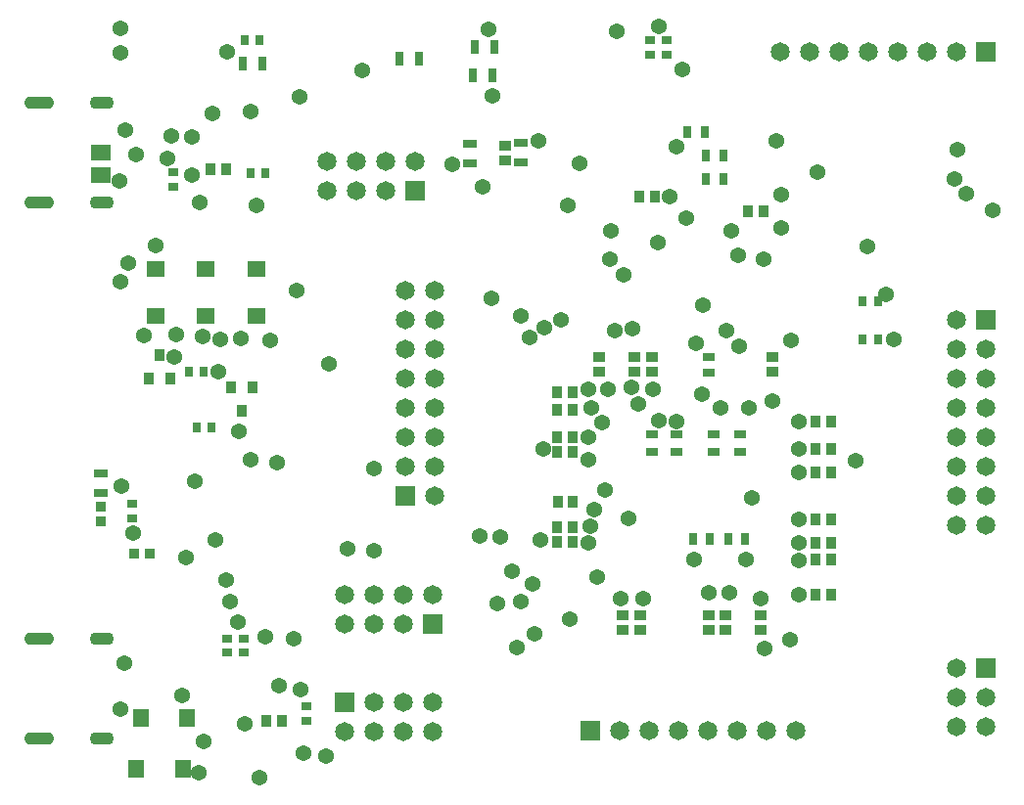
<source format=gbs>
G04*
G04 #@! TF.GenerationSoftware,Altium Limited,Altium Designer,21.0.9 (235)*
G04*
G04 Layer_Color=16711935*
%FSLAX25Y25*%
%MOIN*%
G70*
G04*
G04 #@! TF.SameCoordinates,6D6A50FB-4127-4E02-A886-79615C3BA6FE*
G04*
G04*
G04 #@! TF.FilePolarity,Negative*
G04*
G01*
G75*
%ADD22R,0.03550X0.02762*%
%ADD29R,0.03747X0.03156*%
%ADD30R,0.02953X0.03937*%
%ADD33R,0.03943X0.03156*%
%ADD34R,0.03937X0.02953*%
%ADD35R,0.02613X0.03394*%
%ADD39R,0.03943X0.03747*%
%ADD45C,0.06502*%
%ADD46R,0.06502X0.06502*%
%ADD47R,0.06502X0.06502*%
G04:AMPARAMS|DCode=48|XSize=43.31mil|YSize=102.36mil|CornerRadius=21.65mil|HoleSize=0mil|Usage=FLASHONLY|Rotation=270.000|XOffset=0mil|YOffset=0mil|HoleType=Round|Shape=RoundedRectangle|*
%AMROUNDEDRECTD48*
21,1,0.04331,0.05906,0,0,270.0*
21,1,0.00000,0.10236,0,0,270.0*
1,1,0.04331,-0.02953,0.00000*
1,1,0.04331,-0.02953,0.00000*
1,1,0.04331,0.02953,0.00000*
1,1,0.04331,0.02953,0.00000*
%
%ADD48ROUNDEDRECTD48*%
G04:AMPARAMS|DCode=49|XSize=43.31mil|YSize=82.68mil|CornerRadius=21.65mil|HoleSize=0mil|Usage=FLASHONLY|Rotation=270.000|XOffset=0mil|YOffset=0mil|HoleType=Round|Shape=RoundedRectangle|*
%AMROUNDEDRECTD49*
21,1,0.04331,0.03937,0,0,270.0*
21,1,0.00000,0.08268,0,0,270.0*
1,1,0.04331,-0.01968,0.00000*
1,1,0.04331,-0.01968,0.00000*
1,1,0.04331,0.01968,0.00000*
1,1,0.04331,0.01968,0.00000*
%
%ADD49ROUNDEDRECTD49*%
%ADD50C,0.05400*%
%ADD79R,0.03347X0.03543*%
%ADD80R,0.03543X0.03347*%
%ADD82R,0.06457X0.05512*%
%ADD83R,0.05512X0.06457*%
%ADD86R,0.03394X0.02613*%
%ADD87R,0.03550X0.03943*%
%ADD88R,0.03747X0.03943*%
%ADD89R,0.06502X0.05715*%
%ADD90R,0.04534X0.02959*%
%ADD91R,0.02762X0.03550*%
%ADD92R,0.02959X0.04534*%
D22*
X298500Y363882D02*
D03*
Y369000D02*
D03*
X461000Y408941D02*
D03*
Y414059D02*
D03*
X466500Y408941D02*
D03*
Y414059D02*
D03*
X344000Y187059D02*
D03*
Y181941D02*
D03*
D29*
X317000Y209764D02*
D03*
Y205236D02*
D03*
X322500D02*
D03*
Y209764D02*
D03*
D30*
X473642Y382500D02*
D03*
X479547D02*
D03*
X485953Y366500D02*
D03*
X480047D02*
D03*
X485953Y374500D02*
D03*
X480047D02*
D03*
X475547Y244000D02*
D03*
X481453D02*
D03*
X493453D02*
D03*
X487547D02*
D03*
D33*
X481000Y306000D02*
D03*
Y300488D02*
D03*
D34*
X470000Y279453D02*
D03*
Y273547D02*
D03*
X461500Y279453D02*
D03*
Y273547D02*
D03*
X491500Y279453D02*
D03*
Y273547D02*
D03*
X482500Y279453D02*
D03*
Y273547D02*
D03*
D35*
X329978Y368500D02*
D03*
X325022D02*
D03*
X304022Y301000D02*
D03*
X308978D02*
D03*
X311478Y282000D02*
D03*
X306522D02*
D03*
D39*
X451500Y212941D02*
D03*
Y218059D02*
D03*
X455500Y306059D02*
D03*
Y300941D02*
D03*
X443500Y306059D02*
D03*
Y300941D02*
D03*
X502500Y306059D02*
D03*
Y300941D02*
D03*
X486500Y212941D02*
D03*
Y218059D02*
D03*
X498500Y212941D02*
D03*
Y218059D02*
D03*
X461500Y306059D02*
D03*
Y300941D02*
D03*
X457500Y212941D02*
D03*
Y218059D02*
D03*
X481000Y212941D02*
D03*
Y218059D02*
D03*
X411500Y378059D02*
D03*
Y372941D02*
D03*
D45*
X565441Y248500D02*
D03*
Y258500D02*
D03*
Y268500D02*
D03*
Y278500D02*
D03*
Y288500D02*
D03*
Y298500D02*
D03*
Y308500D02*
D03*
Y318500D02*
D03*
X575441Y248500D02*
D03*
Y258500D02*
D03*
Y268500D02*
D03*
Y278500D02*
D03*
Y288500D02*
D03*
Y298500D02*
D03*
Y308500D02*
D03*
X510500Y178433D02*
D03*
X500500D02*
D03*
X490500D02*
D03*
X450500D02*
D03*
X460500D02*
D03*
X470500D02*
D03*
X480500D02*
D03*
X387500Y328500D02*
D03*
Y318500D02*
D03*
Y308500D02*
D03*
Y298500D02*
D03*
Y288500D02*
D03*
Y278500D02*
D03*
Y268500D02*
D03*
Y258500D02*
D03*
X377500Y328500D02*
D03*
Y318500D02*
D03*
Y308500D02*
D03*
Y298500D02*
D03*
Y288500D02*
D03*
Y278500D02*
D03*
Y268500D02*
D03*
X357000Y225000D02*
D03*
X367000D02*
D03*
X377000D02*
D03*
X387000D02*
D03*
X357000Y215000D02*
D03*
X367000D02*
D03*
X377000D02*
D03*
X371000Y362500D02*
D03*
X361000D02*
D03*
X351000D02*
D03*
X381000Y372500D02*
D03*
X371000D02*
D03*
X361000D02*
D03*
X351000D02*
D03*
X575441Y189937D02*
D03*
Y179937D02*
D03*
X565441Y199937D02*
D03*
Y179937D02*
D03*
Y189937D02*
D03*
X367000Y188177D02*
D03*
X377000D02*
D03*
X387000D02*
D03*
X357000Y178177D02*
D03*
X367000D02*
D03*
X377000D02*
D03*
X387000D02*
D03*
X505201Y410083D02*
D03*
X515201D02*
D03*
X525201D02*
D03*
X565201D02*
D03*
X555201D02*
D03*
X545201D02*
D03*
X535201D02*
D03*
D46*
X575441Y318500D02*
D03*
X377500Y258500D02*
D03*
X575441Y199937D02*
D03*
D47*
X440500Y178433D02*
D03*
X387000Y215000D02*
D03*
X381000Y362500D02*
D03*
X357000Y188177D02*
D03*
X575201Y410083D02*
D03*
D48*
X253067Y358492D02*
D03*
Y392508D02*
D03*
Y175992D02*
D03*
Y210008D02*
D03*
D49*
X274169Y358492D02*
D03*
Y392508D02*
D03*
Y175992D02*
D03*
Y210008D02*
D03*
D50*
X457000Y290000D02*
D03*
X463826Y284174D02*
D03*
X454500Y295500D02*
D03*
X449000Y315000D02*
D03*
X440000Y295000D02*
D03*
X444500Y283500D02*
D03*
X441000Y288500D02*
D03*
X421000Y228500D02*
D03*
X423500Y243500D02*
D03*
X470000Y284000D02*
D03*
X445500Y260500D02*
D03*
X446500Y295000D02*
D03*
X509000Y311500D02*
D03*
X498500Y223500D02*
D03*
X455000Y315500D02*
D03*
X511500Y284000D02*
D03*
Y266500D02*
D03*
X458500Y223500D02*
D03*
X511500Y236500D02*
D03*
X440000Y278500D02*
D03*
X443000Y231000D02*
D03*
X417000Y320000D02*
D03*
X491000Y340500D02*
D03*
X535000Y343500D02*
D03*
X511682Y242682D02*
D03*
X403000Y245000D02*
D03*
X511500Y250500D02*
D03*
X478500Y293157D02*
D03*
X502500Y291000D02*
D03*
X494500Y288500D02*
D03*
X511500Y225000D02*
D03*
X430500Y318500D02*
D03*
X531000Y270500D02*
D03*
X511500Y274500D02*
D03*
X410000Y244500D02*
D03*
X451000Y223500D02*
D03*
X491396Y309689D02*
D03*
X414000Y232932D02*
D03*
X508500Y209500D02*
D03*
X476000Y237000D02*
D03*
X440510Y248418D02*
D03*
X440000Y242500D02*
D03*
X488000Y225500D02*
D03*
X417000Y222500D02*
D03*
X481000Y225500D02*
D03*
X425000Y316000D02*
D03*
X493500Y237000D02*
D03*
X440000Y271000D02*
D03*
X424484Y274500D02*
D03*
X485000Y288500D02*
D03*
X441959Y254077D02*
D03*
X433500Y216500D02*
D03*
X409000Y222000D02*
D03*
X476500Y310500D02*
D03*
X462000Y295000D02*
D03*
X420000Y312500D02*
D03*
X499750Y339250D02*
D03*
X504000Y379500D02*
D03*
X488500Y349000D02*
D03*
X505475Y350025D02*
D03*
X467500Y360500D02*
D03*
X505668Y361168D02*
D03*
X437000Y372000D02*
D03*
X473323Y353323D02*
D03*
X470000Y377500D02*
D03*
X463500Y345000D02*
D03*
X308500Y313000D02*
D03*
X486818Y314818D02*
D03*
X296724Y373563D02*
D03*
X314000Y301000D02*
D03*
X340500Y328500D02*
D03*
X351500Y303500D02*
D03*
X544000Y312000D02*
D03*
X280311Y366000D02*
D03*
X447356Y339144D02*
D03*
X320500Y215500D02*
D03*
X282000Y201500D02*
D03*
X280500Y186000D02*
D03*
X327000Y357500D02*
D03*
X307500Y358500D02*
D03*
X464000Y418500D02*
D03*
X472000Y404000D02*
D03*
X449795Y416795D02*
D03*
X423000Y379500D02*
D03*
X518000Y369000D02*
D03*
X495500Y258000D02*
D03*
X453500Y251000D02*
D03*
X479000Y323500D02*
D03*
X367000Y268000D02*
D03*
X407000Y326000D02*
D03*
X404000Y364000D02*
D03*
X415500Y207000D02*
D03*
X421500Y211500D02*
D03*
X334000Y270000D02*
D03*
X306000Y263500D02*
D03*
X283181Y338000D02*
D03*
X280500Y331500D02*
D03*
X314500Y312000D02*
D03*
X321500Y312385D02*
D03*
X321000Y280500D02*
D03*
X325000Y271000D02*
D03*
X339500Y210000D02*
D03*
X330000Y210500D02*
D03*
X323000Y181000D02*
D03*
X318000Y222500D02*
D03*
X316500Y230000D02*
D03*
X309000Y175000D02*
D03*
X328000Y162500D02*
D03*
X307275Y164275D02*
D03*
X343000Y171000D02*
D03*
X350500Y170000D02*
D03*
X334500Y194000D02*
D03*
X342000Y192500D02*
D03*
X301500Y190500D02*
D03*
X577500Y356000D02*
D03*
X568500Y361500D02*
D03*
X541275Y327225D02*
D03*
X564500Y366500D02*
D03*
X565500Y376500D02*
D03*
X363000Y403500D02*
D03*
X433000Y357500D02*
D03*
X452000Y334000D02*
D03*
X447500Y349000D02*
D03*
X500000Y206500D02*
D03*
X331500Y311500D02*
D03*
X366904Y239904D02*
D03*
X288617Y313383D02*
D03*
X358000Y240500D02*
D03*
X285000Y246000D02*
D03*
X281000Y261959D02*
D03*
X303000Y237500D02*
D03*
X299000Y306000D02*
D03*
X299500Y313500D02*
D03*
X313000Y243500D02*
D03*
X407423Y395077D02*
D03*
X406000Y417500D02*
D03*
X393500Y371500D02*
D03*
X292500Y344000D02*
D03*
X312000Y389000D02*
D03*
X305000Y381000D02*
D03*
X325000Y389500D02*
D03*
X298044Y381357D02*
D03*
X305000Y368000D02*
D03*
X282275Y383225D02*
D03*
X285913Y375087D02*
D03*
X341518Y394565D02*
D03*
X317000Y410000D02*
D03*
X280500Y409750D02*
D03*
Y418000D02*
D03*
D79*
X285441Y239000D02*
D03*
X290559D02*
D03*
D80*
X274000Y254967D02*
D03*
Y249849D02*
D03*
D82*
X326941Y335933D02*
D03*
Y320067D02*
D03*
X309720Y335933D02*
D03*
Y320067D02*
D03*
X292500Y335933D02*
D03*
Y320067D02*
D03*
D83*
X301933Y165500D02*
D03*
X286067D02*
D03*
X303433Y183000D02*
D03*
X287567D02*
D03*
D86*
X284500Y251022D02*
D03*
Y255978D02*
D03*
D87*
X322000Y287563D02*
D03*
X325740Y295437D02*
D03*
X318260D02*
D03*
X297740Y298563D02*
D03*
X290260D02*
D03*
X294000Y306437D02*
D03*
D88*
X316500Y370000D02*
D03*
X311382D02*
D03*
X499559Y355500D02*
D03*
X494441D02*
D03*
X457441Y360500D02*
D03*
X462559D02*
D03*
X429382Y248000D02*
D03*
X434500D02*
D03*
X429441Y278500D02*
D03*
X434559D02*
D03*
X522559Y266500D02*
D03*
X517441D02*
D03*
X429441Y273500D02*
D03*
X434559D02*
D03*
X429382Y294000D02*
D03*
X434500D02*
D03*
X522500Y237000D02*
D03*
X517382D02*
D03*
X522559Y274500D02*
D03*
X517441D02*
D03*
X522500Y225000D02*
D03*
X517382D02*
D03*
X522559Y242500D02*
D03*
X517441D02*
D03*
X522500Y284000D02*
D03*
X517382D02*
D03*
X522559Y250500D02*
D03*
X517441D02*
D03*
X429382Y243000D02*
D03*
X434500D02*
D03*
X429441Y288000D02*
D03*
X434559D02*
D03*
X429500Y256500D02*
D03*
X434618D02*
D03*
X330441Y182000D02*
D03*
X335559D02*
D03*
D89*
X274000Y375500D02*
D03*
Y367823D02*
D03*
D90*
Y266347D02*
D03*
Y259653D02*
D03*
X417000Y378847D02*
D03*
Y372153D02*
D03*
X399500Y372000D02*
D03*
Y378693D02*
D03*
D91*
X533441Y312000D02*
D03*
X538559D02*
D03*
X533441Y325000D02*
D03*
X538559D02*
D03*
X328059Y414000D02*
D03*
X322941D02*
D03*
D92*
X407346Y402000D02*
D03*
X400654D02*
D03*
X328847Y406000D02*
D03*
X322153D02*
D03*
X375654Y407500D02*
D03*
X382347D02*
D03*
X407846Y411500D02*
D03*
X401154D02*
D03*
M02*

</source>
